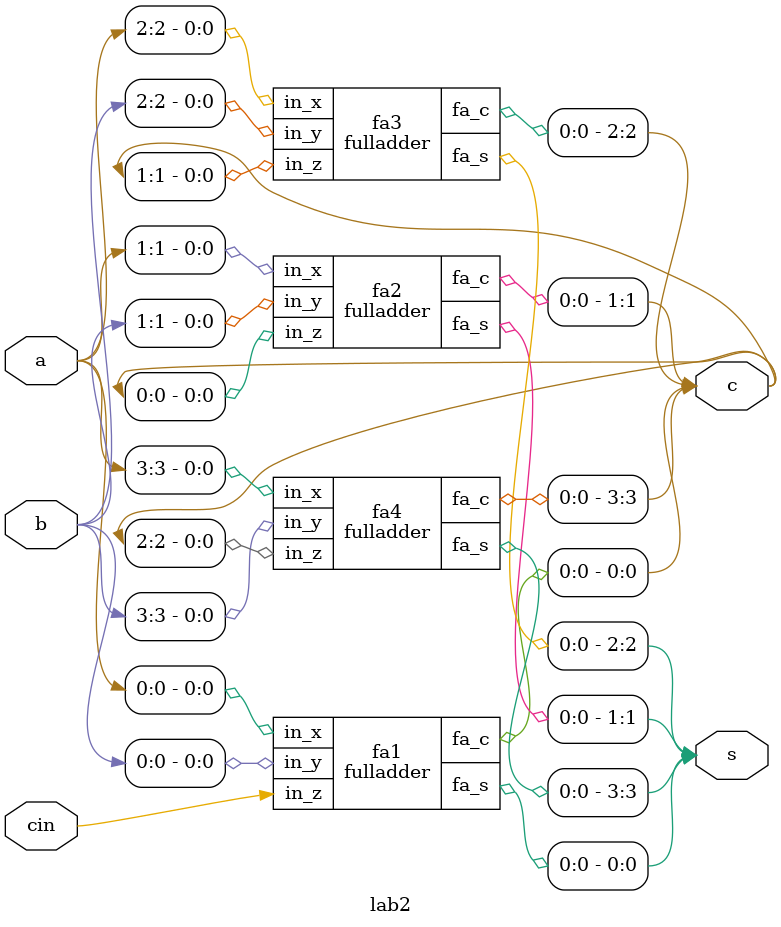
<source format=v>

module fulladder(fa_s, fa_c, in_x, in_y, in_z);
	input in_x, in_y, in_z;
	output fa_s, fa_c;
	
	assign fa_s=in_x^in_y^in_z;
	assign fa_c=(in_x&in_y)|((in_x^in_y)&in_z);
	
endmodule

module lab2(s,c,a,b,cin);
	input cin;
	input [3:0] a,b;
	output [3:0] s,c;
	
	fulladder fa1(s[0],c[0],a[0],b[0],cin);
	fulladder fa2(s[1],c[1],a[1],b[1],c[0]);
	fulladder fa3(s[2],c[2],a[2],b[2],c[1]);
	fulladder fa4(s[3],c[3],a[3],b[3],c[2]);
     
endmodule 


</source>
